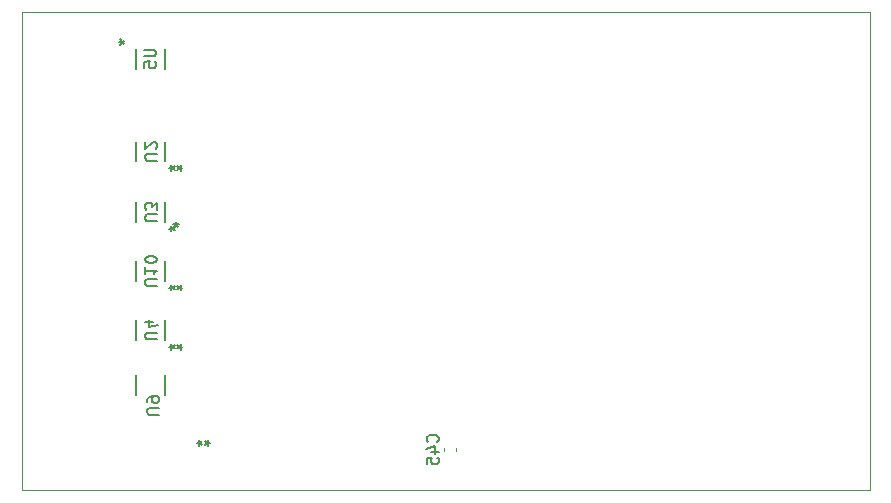
<source format=gbr>
%TF.GenerationSoftware,KiCad,Pcbnew,9.0.5-1.fc42*%
%TF.CreationDate,2025-11-11T18:34:47+01:00*%
%TF.ProjectId,bioamplifier,62696f61-6d70-46c6-9966-6965722e6b69,rev?*%
%TF.SameCoordinates,Original*%
%TF.FileFunction,Legend,Bot*%
%TF.FilePolarity,Positive*%
%FSLAX46Y46*%
G04 Gerber Fmt 4.6, Leading zero omitted, Abs format (unit mm)*
G04 Created by KiCad (PCBNEW 9.0.5-1.fc42) date 2025-11-11 18:34:47*
%MOMM*%
%LPD*%
G01*
G04 APERTURE LIST*
%ADD10C,0.150000*%
%ADD11C,0.120000*%
%ADD12C,0.152400*%
%TA.AperFunction,Profile*%
%ADD13C,0.100000*%
%TD*%
G04 APERTURE END LIST*
D10*
X85792080Y-108444642D02*
X85839700Y-108397023D01*
X85839700Y-108397023D02*
X85887319Y-108254166D01*
X85887319Y-108254166D02*
X85887319Y-108158928D01*
X85887319Y-108158928D02*
X85839700Y-108016071D01*
X85839700Y-108016071D02*
X85744461Y-107920833D01*
X85744461Y-107920833D02*
X85649223Y-107873214D01*
X85649223Y-107873214D02*
X85458747Y-107825595D01*
X85458747Y-107825595D02*
X85315890Y-107825595D01*
X85315890Y-107825595D02*
X85125414Y-107873214D01*
X85125414Y-107873214D02*
X85030176Y-107920833D01*
X85030176Y-107920833D02*
X84934938Y-108016071D01*
X84934938Y-108016071D02*
X84887319Y-108158928D01*
X84887319Y-108158928D02*
X84887319Y-108254166D01*
X84887319Y-108254166D02*
X84934938Y-108397023D01*
X84934938Y-108397023D02*
X84982557Y-108444642D01*
X85220652Y-109301785D02*
X85887319Y-109301785D01*
X84839700Y-109063690D02*
X85553985Y-108825595D01*
X85553985Y-108825595D02*
X85553985Y-109444642D01*
X84887319Y-110301785D02*
X84887319Y-109825595D01*
X84887319Y-109825595D02*
X85363509Y-109777976D01*
X85363509Y-109777976D02*
X85315890Y-109825595D01*
X85315890Y-109825595D02*
X85268271Y-109920833D01*
X85268271Y-109920833D02*
X85268271Y-110158928D01*
X85268271Y-110158928D02*
X85315890Y-110254166D01*
X85315890Y-110254166D02*
X85363509Y-110301785D01*
X85363509Y-110301785D02*
X85458747Y-110349404D01*
X85458747Y-110349404D02*
X85696842Y-110349404D01*
X85696842Y-110349404D02*
X85792080Y-110301785D01*
X85792080Y-110301785D02*
X85839700Y-110254166D01*
X85839700Y-110254166D02*
X85887319Y-110158928D01*
X85887319Y-110158928D02*
X85887319Y-109920833D01*
X85887319Y-109920833D02*
X85839700Y-109825595D01*
X85839700Y-109825595D02*
X85792080Y-109777976D01*
X62220180Y-106148554D02*
X61410657Y-106148554D01*
X61410657Y-106148554D02*
X61315419Y-106100935D01*
X61315419Y-106100935D02*
X61267800Y-106053316D01*
X61267800Y-106053316D02*
X61220180Y-105958078D01*
X61220180Y-105958078D02*
X61220180Y-105767602D01*
X61220180Y-105767602D02*
X61267800Y-105672364D01*
X61267800Y-105672364D02*
X61315419Y-105624745D01*
X61315419Y-105624745D02*
X61410657Y-105577126D01*
X61410657Y-105577126D02*
X62220180Y-105577126D01*
X61220180Y-105053316D02*
X61220180Y-104862840D01*
X61220180Y-104862840D02*
X61267800Y-104767602D01*
X61267800Y-104767602D02*
X61315419Y-104719983D01*
X61315419Y-104719983D02*
X61458276Y-104624745D01*
X61458276Y-104624745D02*
X61648752Y-104577126D01*
X61648752Y-104577126D02*
X62029704Y-104577126D01*
X62029704Y-104577126D02*
X62124942Y-104624745D01*
X62124942Y-104624745D02*
X62172561Y-104672364D01*
X62172561Y-104672364D02*
X62220180Y-104767602D01*
X62220180Y-104767602D02*
X62220180Y-104958078D01*
X62220180Y-104958078D02*
X62172561Y-105053316D01*
X62172561Y-105053316D02*
X62124942Y-105100935D01*
X62124942Y-105100935D02*
X62029704Y-105148554D01*
X62029704Y-105148554D02*
X61791609Y-105148554D01*
X61791609Y-105148554D02*
X61696371Y-105100935D01*
X61696371Y-105100935D02*
X61648752Y-105053316D01*
X61648752Y-105053316D02*
X61601133Y-104958078D01*
X61601133Y-104958078D02*
X61601133Y-104767602D01*
X61601133Y-104767602D02*
X61648752Y-104672364D01*
X61648752Y-104672364D02*
X61696371Y-104624745D01*
X61696371Y-104624745D02*
X61791609Y-104577126D01*
X65428419Y-108527300D02*
X65666514Y-108527300D01*
X65571276Y-108289205D02*
X65666514Y-108527300D01*
X65666514Y-108527300D02*
X65571276Y-108765395D01*
X65856990Y-108384443D02*
X65666514Y-108527300D01*
X65666514Y-108527300D02*
X65856990Y-108670157D01*
X66518780Y-108527299D02*
X66280685Y-108527299D01*
X66375923Y-108765394D02*
X66280685Y-108527299D01*
X66280685Y-108527299D02*
X66375923Y-108289204D01*
X66090209Y-108670156D02*
X66280685Y-108527299D01*
X66280685Y-108527299D02*
X66090209Y-108384442D01*
X62045180Y-84625254D02*
X61235657Y-84625254D01*
X61235657Y-84625254D02*
X61140419Y-84577635D01*
X61140419Y-84577635D02*
X61092800Y-84530016D01*
X61092800Y-84530016D02*
X61045180Y-84434778D01*
X61045180Y-84434778D02*
X61045180Y-84244302D01*
X61045180Y-84244302D02*
X61092800Y-84149064D01*
X61092800Y-84149064D02*
X61140419Y-84101445D01*
X61140419Y-84101445D02*
X61235657Y-84053826D01*
X61235657Y-84053826D02*
X62045180Y-84053826D01*
X61949942Y-83625254D02*
X61997561Y-83577635D01*
X61997561Y-83577635D02*
X62045180Y-83482397D01*
X62045180Y-83482397D02*
X62045180Y-83244302D01*
X62045180Y-83244302D02*
X61997561Y-83149064D01*
X61997561Y-83149064D02*
X61949942Y-83101445D01*
X61949942Y-83101445D02*
X61854704Y-83053826D01*
X61854704Y-83053826D02*
X61759466Y-83053826D01*
X61759466Y-83053826D02*
X61616609Y-83101445D01*
X61616609Y-83101445D02*
X61045180Y-83672873D01*
X61045180Y-83672873D02*
X61045180Y-83053826D01*
X64193780Y-85253999D02*
X63955685Y-85253999D01*
X64050923Y-85492094D02*
X63955685Y-85253999D01*
X63955685Y-85253999D02*
X64050923Y-85015904D01*
X63765209Y-85396856D02*
X63955685Y-85253999D01*
X63955685Y-85253999D02*
X63765209Y-85111142D01*
X63103419Y-85254000D02*
X63341514Y-85254000D01*
X63246276Y-85015905D02*
X63341514Y-85254000D01*
X63341514Y-85254000D02*
X63246276Y-85492095D01*
X63531990Y-85111143D02*
X63341514Y-85254000D01*
X63341514Y-85254000D02*
X63531990Y-85396857D01*
X62045180Y-95238094D02*
X61235657Y-95238094D01*
X61235657Y-95238094D02*
X61140419Y-95190475D01*
X61140419Y-95190475D02*
X61092800Y-95142856D01*
X61092800Y-95142856D02*
X61045180Y-95047618D01*
X61045180Y-95047618D02*
X61045180Y-94857142D01*
X61045180Y-94857142D02*
X61092800Y-94761904D01*
X61092800Y-94761904D02*
X61140419Y-94714285D01*
X61140419Y-94714285D02*
X61235657Y-94666666D01*
X61235657Y-94666666D02*
X62045180Y-94666666D01*
X61045180Y-93666666D02*
X61045180Y-94238094D01*
X61045180Y-93952380D02*
X62045180Y-93952380D01*
X62045180Y-93952380D02*
X61902323Y-94047618D01*
X61902323Y-94047618D02*
X61807085Y-94142856D01*
X61807085Y-94142856D02*
X61759466Y-94238094D01*
X62045180Y-93047618D02*
X62045180Y-92952380D01*
X62045180Y-92952380D02*
X61997561Y-92857142D01*
X61997561Y-92857142D02*
X61949942Y-92809523D01*
X61949942Y-92809523D02*
X61854704Y-92761904D01*
X61854704Y-92761904D02*
X61664228Y-92714285D01*
X61664228Y-92714285D02*
X61426133Y-92714285D01*
X61426133Y-92714285D02*
X61235657Y-92761904D01*
X61235657Y-92761904D02*
X61140419Y-92809523D01*
X61140419Y-92809523D02*
X61092800Y-92857142D01*
X61092800Y-92857142D02*
X61045180Y-92952380D01*
X61045180Y-92952380D02*
X61045180Y-93047618D01*
X61045180Y-93047618D02*
X61092800Y-93142856D01*
X61092800Y-93142856D02*
X61140419Y-93190475D01*
X61140419Y-93190475D02*
X61235657Y-93238094D01*
X61235657Y-93238094D02*
X61426133Y-93285713D01*
X61426133Y-93285713D02*
X61664228Y-93285713D01*
X61664228Y-93285713D02*
X61854704Y-93238094D01*
X61854704Y-93238094D02*
X61949942Y-93190475D01*
X61949942Y-93190475D02*
X61997561Y-93142856D01*
X61997561Y-93142856D02*
X62045180Y-93047618D01*
X64193780Y-95390649D02*
X63955685Y-95390649D01*
X64050923Y-95628744D02*
X63955685Y-95390649D01*
X63955685Y-95390649D02*
X64050923Y-95152554D01*
X63765209Y-95533506D02*
X63955685Y-95390649D01*
X63955685Y-95390649D02*
X63765209Y-95247792D01*
X63103419Y-95390650D02*
X63341514Y-95390650D01*
X63246276Y-95152555D02*
X63341514Y-95390650D01*
X63341514Y-95390650D02*
X63246276Y-95628745D01*
X63531990Y-95247793D02*
X63341514Y-95390650D01*
X63341514Y-95390650D02*
X63531990Y-95533507D01*
X62045180Y-99761904D02*
X61235657Y-99761904D01*
X61235657Y-99761904D02*
X61140419Y-99714285D01*
X61140419Y-99714285D02*
X61092800Y-99666666D01*
X61092800Y-99666666D02*
X61045180Y-99571428D01*
X61045180Y-99571428D02*
X61045180Y-99380952D01*
X61045180Y-99380952D02*
X61092800Y-99285714D01*
X61092800Y-99285714D02*
X61140419Y-99238095D01*
X61140419Y-99238095D02*
X61235657Y-99190476D01*
X61235657Y-99190476D02*
X62045180Y-99190476D01*
X61711847Y-98285714D02*
X61045180Y-98285714D01*
X62092800Y-98523809D02*
X61378514Y-98761904D01*
X61378514Y-98761904D02*
X61378514Y-98142857D01*
X64193780Y-100390649D02*
X63955685Y-100390649D01*
X64050923Y-100628744D02*
X63955685Y-100390649D01*
X63955685Y-100390649D02*
X64050923Y-100152554D01*
X63765209Y-100533506D02*
X63955685Y-100390649D01*
X63955685Y-100390649D02*
X63765209Y-100247792D01*
X63103419Y-100390650D02*
X63341514Y-100390650D01*
X63246276Y-100152555D02*
X63341514Y-100390650D01*
X63341514Y-100390650D02*
X63246276Y-100628745D01*
X63531990Y-100247793D02*
X63341514Y-100390650D01*
X63341514Y-100390650D02*
X63531990Y-100533507D01*
X62045180Y-89761904D02*
X61235657Y-89761904D01*
X61235657Y-89761904D02*
X61140419Y-89714285D01*
X61140419Y-89714285D02*
X61092800Y-89666666D01*
X61092800Y-89666666D02*
X61045180Y-89571428D01*
X61045180Y-89571428D02*
X61045180Y-89380952D01*
X61045180Y-89380952D02*
X61092800Y-89285714D01*
X61092800Y-89285714D02*
X61140419Y-89238095D01*
X61140419Y-89238095D02*
X61235657Y-89190476D01*
X61235657Y-89190476D02*
X62045180Y-89190476D01*
X62045180Y-88809523D02*
X62045180Y-88190476D01*
X62045180Y-88190476D02*
X61664228Y-88523809D01*
X61664228Y-88523809D02*
X61664228Y-88380952D01*
X61664228Y-88380952D02*
X61616609Y-88285714D01*
X61616609Y-88285714D02*
X61568990Y-88238095D01*
X61568990Y-88238095D02*
X61473752Y-88190476D01*
X61473752Y-88190476D02*
X61235657Y-88190476D01*
X61235657Y-88190476D02*
X61140419Y-88238095D01*
X61140419Y-88238095D02*
X61092800Y-88285714D01*
X61092800Y-88285714D02*
X61045180Y-88380952D01*
X61045180Y-88380952D02*
X61045180Y-88666666D01*
X61045180Y-88666666D02*
X61092800Y-88761904D01*
X61092800Y-88761904D02*
X61140419Y-88809523D01*
X63103419Y-90390650D02*
X63341514Y-90390650D01*
X63246276Y-90152555D02*
X63341514Y-90390650D01*
X63341514Y-90390650D02*
X63246276Y-90628745D01*
X63531990Y-90247793D02*
X63341514Y-90390650D01*
X63341514Y-90390650D02*
X63531990Y-90533507D01*
X63648599Y-89845469D02*
X63648599Y-90083564D01*
X63886694Y-89988326D02*
X63648599Y-90083564D01*
X63648599Y-90083564D02*
X63410504Y-89988326D01*
X63791456Y-90274040D02*
X63648599Y-90083564D01*
X63648599Y-90083564D02*
X63505742Y-90274040D01*
X60954819Y-75238095D02*
X61764342Y-75238095D01*
X61764342Y-75238095D02*
X61859580Y-75285714D01*
X61859580Y-75285714D02*
X61907200Y-75333333D01*
X61907200Y-75333333D02*
X61954819Y-75428571D01*
X61954819Y-75428571D02*
X61954819Y-75619047D01*
X61954819Y-75619047D02*
X61907200Y-75714285D01*
X61907200Y-75714285D02*
X61859580Y-75761904D01*
X61859580Y-75761904D02*
X61764342Y-75809523D01*
X61764342Y-75809523D02*
X60954819Y-75809523D01*
X60954819Y-76761904D02*
X60954819Y-76285714D01*
X60954819Y-76285714D02*
X61431009Y-76238095D01*
X61431009Y-76238095D02*
X61383390Y-76285714D01*
X61383390Y-76285714D02*
X61335771Y-76380952D01*
X61335771Y-76380952D02*
X61335771Y-76619047D01*
X61335771Y-76619047D02*
X61383390Y-76714285D01*
X61383390Y-76714285D02*
X61431009Y-76761904D01*
X61431009Y-76761904D02*
X61526247Y-76809523D01*
X61526247Y-76809523D02*
X61764342Y-76809523D01*
X61764342Y-76809523D02*
X61859580Y-76761904D01*
X61859580Y-76761904D02*
X61907200Y-76714285D01*
X61907200Y-76714285D02*
X61954819Y-76619047D01*
X61954819Y-76619047D02*
X61954819Y-76380952D01*
X61954819Y-76380952D02*
X61907200Y-76285714D01*
X61907200Y-76285714D02*
X61859580Y-76238095D01*
X58806219Y-74609350D02*
X59044314Y-74609350D01*
X58949076Y-74371255D02*
X59044314Y-74609350D01*
X59044314Y-74609350D02*
X58949076Y-74847445D01*
X59234790Y-74466493D02*
X59044314Y-74609350D01*
X59044314Y-74609350D02*
X59234790Y-74752207D01*
X58806219Y-74609350D02*
X59044314Y-74609350D01*
X58949076Y-74371255D02*
X59044314Y-74609350D01*
X59044314Y-74609350D02*
X58949076Y-74847445D01*
X59234790Y-74466493D02*
X59044314Y-74609350D01*
X59044314Y-74609350D02*
X59234790Y-74752207D01*
D11*
%TO.C,C45*%
X86352500Y-109228080D02*
X86352500Y-108946920D01*
X87372500Y-109228080D02*
X87372500Y-108946920D01*
D12*
%TO.C,U9*%
X60293500Y-102798450D02*
X60293500Y-104474850D01*
X62706500Y-104474850D02*
X62706500Y-102798450D01*
%TO.C,U2*%
X60293500Y-83025150D02*
X60293500Y-84701550D01*
X62706500Y-84701550D02*
X62706500Y-83025150D01*
%TO.C,U10*%
X60293500Y-93161800D02*
X60293500Y-94838200D01*
X62706500Y-94838200D02*
X62706500Y-93161800D01*
%TO.C,U4*%
X60293500Y-98161800D02*
X60293500Y-99838200D01*
X62706500Y-99838200D02*
X62706500Y-98161800D01*
%TO.C,U3*%
X60293500Y-88161800D02*
X60293500Y-89838200D01*
X62706500Y-89838200D02*
X62706500Y-88161800D01*
%TO.C,U5*%
X60293500Y-75161800D02*
X60293500Y-76838200D01*
X62706500Y-76838200D02*
X62706500Y-75161800D01*
%TD*%
D13*
X50601596Y-72042903D02*
X122375000Y-72042903D01*
X122375000Y-112556276D01*
X50601596Y-112556276D01*
X50601596Y-72042903D01*
M02*

</source>
